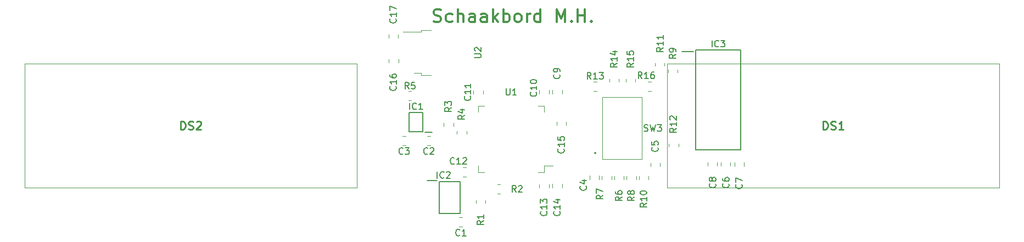
<source format=gbr>
%TF.GenerationSoftware,KiCad,Pcbnew,(5.1.9)-1*%
%TF.CreationDate,2021-04-28T17:58:15+02:00*%
%TF.ProjectId,Hoofdbord,486f6f66-6462-46f7-9264-2e6b69636164,rev?*%
%TF.SameCoordinates,Original*%
%TF.FileFunction,Legend,Top*%
%TF.FilePolarity,Positive*%
%FSLAX46Y46*%
G04 Gerber Fmt 4.6, Leading zero omitted, Abs format (unit mm)*
G04 Created by KiCad (PCBNEW (5.1.9)-1) date 2021-04-28 17:58:15*
%MOMM*%
%LPD*%
G01*
G04 APERTURE LIST*
%ADD10C,0.300000*%
%ADD11C,0.100000*%
%ADD12C,0.120000*%
%ADD13C,0.200000*%
%ADD14C,0.254000*%
%ADD15C,0.150000*%
G04 APERTURE END LIST*
D10*
X-13142976Y15827476D02*
X-12857261Y15732238D01*
X-12381071Y15732238D01*
X-12190595Y15827476D01*
X-12095357Y15922714D01*
X-12000119Y16113190D01*
X-12000119Y16303666D01*
X-12095357Y16494142D01*
X-12190595Y16589380D01*
X-12381071Y16684619D01*
X-12762023Y16779857D01*
X-12952499Y16875095D01*
X-13047738Y16970333D01*
X-13142976Y17160809D01*
X-13142976Y17351285D01*
X-13047738Y17541761D01*
X-12952499Y17637000D01*
X-12762023Y17732238D01*
X-12285833Y17732238D01*
X-12000119Y17637000D01*
X-10285833Y15827476D02*
X-10476309Y15732238D01*
X-10857261Y15732238D01*
X-11047738Y15827476D01*
X-11142976Y15922714D01*
X-11238214Y16113190D01*
X-11238214Y16684619D01*
X-11142976Y16875095D01*
X-11047738Y16970333D01*
X-10857261Y17065571D01*
X-10476309Y17065571D01*
X-10285833Y16970333D01*
X-9428690Y15732238D02*
X-9428690Y17732238D01*
X-8571547Y15732238D02*
X-8571547Y16779857D01*
X-8666785Y16970333D01*
X-8857261Y17065571D01*
X-9142976Y17065571D01*
X-9333452Y16970333D01*
X-9428690Y16875095D01*
X-6762023Y15732238D02*
X-6762023Y16779857D01*
X-6857261Y16970333D01*
X-7047738Y17065571D01*
X-7428690Y17065571D01*
X-7619166Y16970333D01*
X-6762023Y15827476D02*
X-6952499Y15732238D01*
X-7428690Y15732238D01*
X-7619166Y15827476D01*
X-7714404Y16017952D01*
X-7714404Y16208428D01*
X-7619166Y16398904D01*
X-7428690Y16494142D01*
X-6952499Y16494142D01*
X-6762023Y16589380D01*
X-4952499Y15732238D02*
X-4952499Y16779857D01*
X-5047738Y16970333D01*
X-5238214Y17065571D01*
X-5619166Y17065571D01*
X-5809642Y16970333D01*
X-4952499Y15827476D02*
X-5142976Y15732238D01*
X-5619166Y15732238D01*
X-5809642Y15827476D01*
X-5904880Y16017952D01*
X-5904880Y16208428D01*
X-5809642Y16398904D01*
X-5619166Y16494142D01*
X-5142976Y16494142D01*
X-4952499Y16589380D01*
X-4000119Y15732238D02*
X-4000119Y17732238D01*
X-3809642Y16494142D02*
X-3238214Y15732238D01*
X-3238214Y17065571D02*
X-4000119Y16303666D01*
X-2381071Y15732238D02*
X-2381071Y17732238D01*
X-2381071Y16970333D02*
X-2190595Y17065571D01*
X-1809642Y17065571D01*
X-1619166Y16970333D01*
X-1523928Y16875095D01*
X-1428690Y16684619D01*
X-1428690Y16113190D01*
X-1523928Y15922714D01*
X-1619166Y15827476D01*
X-1809642Y15732238D01*
X-2190595Y15732238D01*
X-2381071Y15827476D01*
X-285833Y15732238D02*
X-476309Y15827476D01*
X-571547Y15922714D01*
X-666785Y16113190D01*
X-666785Y16684619D01*
X-571547Y16875095D01*
X-476309Y16970333D01*
X-285833Y17065571D01*
X-119Y17065571D01*
X190357Y16970333D01*
X285595Y16875095D01*
X380833Y16684619D01*
X380833Y16113190D01*
X285595Y15922714D01*
X190357Y15827476D01*
X-119Y15732238D01*
X-285833Y15732238D01*
X1237976Y15732238D02*
X1237976Y17065571D01*
X1237976Y16684619D02*
X1333214Y16875095D01*
X1428452Y16970333D01*
X1618928Y17065571D01*
X1809404Y17065571D01*
X3333214Y15732238D02*
X3333214Y17732238D01*
X3333214Y15827476D02*
X3142738Y15732238D01*
X2761785Y15732238D01*
X2571309Y15827476D01*
X2476071Y15922714D01*
X2380833Y16113190D01*
X2380833Y16684619D01*
X2476071Y16875095D01*
X2571309Y16970333D01*
X2761785Y17065571D01*
X3142738Y17065571D01*
X3333214Y16970333D01*
X5809404Y15732238D02*
X5809404Y17732238D01*
X6476071Y16303666D01*
X7142738Y17732238D01*
X7142738Y15732238D01*
X8095119Y15922714D02*
X8190357Y15827476D01*
X8095119Y15732238D01*
X7999880Y15827476D01*
X8095119Y15922714D01*
X8095119Y15732238D01*
X9047500Y15732238D02*
X9047500Y17732238D01*
X9047500Y16779857D02*
X10190357Y16779857D01*
X10190357Y15732238D02*
X10190357Y17732238D01*
X11142738Y15922714D02*
X11237976Y15827476D01*
X11142738Y15732238D01*
X11047499Y15827476D01*
X11142738Y15922714D01*
X11142738Y15732238D01*
D11*
%TO.C,DS1*%
X22850500Y-9804000D02*
X22850500Y9296000D01*
X74050500Y-9804000D02*
X22850500Y-9804000D01*
X74050500Y9296000D02*
X74050500Y-9804000D01*
X22850500Y9296000D02*
X74050500Y9296000D01*
D12*
%TO.C,R14*%
X13933500Y6519936D02*
X13933500Y6974064D01*
X15403500Y6519936D02*
X15403500Y6974064D01*
%TO.C,R13*%
X11974564Y5107000D02*
X11520436Y5107000D01*
X11974564Y6577000D02*
X11520436Y6577000D01*
%TO.C,R16*%
X19902436Y6577000D02*
X20356564Y6577000D01*
X19902436Y5107000D02*
X20356564Y5107000D01*
%TO.C,R15*%
X17943500Y6974064D02*
X17943500Y6519936D01*
X16473500Y6974064D02*
X16473500Y6519936D01*
%TO.C,U1*%
X-5366500Y2824000D02*
X-6316500Y2824000D01*
X-6316500Y2824000D02*
X-6316500Y1874000D01*
X2953500Y2824000D02*
X3903500Y2824000D01*
X3903500Y2824000D02*
X3903500Y1874000D01*
X-5366500Y-7396000D02*
X-6316500Y-7396000D01*
X-6316500Y-7396000D02*
X-6316500Y-6446000D01*
X2953500Y-7396000D02*
X3903500Y-7396000D01*
X3903500Y-7396000D02*
X3903500Y-6446000D01*
X3903500Y-6446000D02*
X5243500Y-6446000D01*
%TO.C,C15*%
X7275500Y-155752D02*
X7275500Y366752D01*
X5805500Y-155752D02*
X5805500Y366752D01*
%TO.C,C14*%
X6640500Y-9764752D02*
X6640500Y-9242248D01*
X5170500Y-9764752D02*
X5170500Y-9242248D01*
%TO.C,C9*%
X6640500Y4713248D02*
X6640500Y5235752D01*
X5170500Y4713248D02*
X5170500Y5235752D01*
%TO.C,U2*%
X-13543000Y14499000D02*
X-15043000Y14499000D01*
X-15043000Y14499000D02*
X-15043000Y14229000D01*
X-15043000Y14229000D02*
X-17873000Y14229000D01*
X-13543000Y7599000D02*
X-15043000Y7599000D01*
X-15043000Y7599000D02*
X-15043000Y7869000D01*
X-15043000Y7869000D02*
X-16143000Y7869000D01*
%TO.C,C17*%
X-18632500Y13850252D02*
X-18632500Y13327748D01*
X-20102500Y13850252D02*
X-20102500Y13327748D01*
%TO.C,C16*%
X-18569000Y10040252D02*
X-18569000Y9517748D01*
X-20039000Y10040252D02*
X-20039000Y9517748D01*
%TO.C,R8*%
X16600500Y-8498064D02*
X16600500Y-8043936D01*
X18070500Y-8498064D02*
X18070500Y-8043936D01*
%TO.C,R10*%
X19975500Y-8043936D02*
X19975500Y-8498064D01*
X18505500Y-8043936D02*
X18505500Y-8498064D01*
%TO.C,R6*%
X14695500Y-8498064D02*
X14695500Y-8043936D01*
X16165500Y-8498064D02*
X16165500Y-8043936D01*
%TO.C,R7*%
X14260500Y-8043936D02*
X14260500Y-8498064D01*
X12790500Y-8043936D02*
X12790500Y-8498064D01*
%TO.C,R2*%
X-2868436Y-10768000D02*
X-3322564Y-10768000D01*
X-2868436Y-9298000D02*
X-3322564Y-9298000D01*
%TO.C,R1*%
X-6640500Y-12165064D02*
X-6640500Y-11710936D01*
X-5170500Y-12165064D02*
X-5170500Y-11710936D01*
%TO.C,R5*%
X-16584436Y3646500D02*
X-17038564Y3646500D01*
X-16584436Y5116500D02*
X-17038564Y5116500D01*
%TO.C,R4*%
X-8091500Y-1042936D02*
X-8091500Y-1497064D01*
X-9561500Y-1042936D02*
X-9561500Y-1497064D01*
%TO.C,R3*%
X-10123500Y179564D02*
X-10123500Y-274564D01*
X-11593500Y179564D02*
X-11593500Y-274564D01*
%TO.C,R11*%
X20982000Y8980436D02*
X20982000Y9434564D01*
X22452000Y8980436D02*
X22452000Y9434564D01*
%TO.C,R9*%
X24484000Y8418564D02*
X24484000Y7964436D01*
X23014000Y8418564D02*
X23014000Y7964436D01*
%TO.C,R12*%
X24611000Y-3011436D02*
X24611000Y-3465564D01*
X23141000Y-3011436D02*
X23141000Y-3465564D01*
D13*
%TO.C,SW3*%
X11868500Y-4445000D02*
X11868500Y-4445000D01*
X11668500Y-4445000D02*
X11668500Y-4445000D01*
D11*
X12898500Y-5435000D02*
X12898500Y4165000D01*
X18978500Y-5435000D02*
X12898500Y-5435000D01*
X18978500Y4165000D02*
X18978500Y-5435000D01*
X12898500Y4165000D02*
X18978500Y4165000D01*
D13*
X11668500Y-4445000D02*
G75*
G02*
X11868500Y-4445000I100000J0D01*
G01*
X11868500Y-4445000D02*
G75*
G02*
X11668500Y-4445000I-100000J0D01*
G01*
%TO.C,IC3*%
X27259000Y11434500D02*
X34209000Y11434500D01*
X34209000Y11434500D02*
X34209000Y-3941500D01*
X34209000Y-3941500D02*
X27259000Y-3941500D01*
X27259000Y-3941500D02*
X27259000Y11434500D01*
X25109000Y11196500D02*
X26909000Y11196500D01*
%TO.C,IC1*%
X-14843500Y-1180000D02*
X-16943500Y-1180000D01*
X-16943500Y-1180000D02*
X-16943500Y1770000D01*
X-16943500Y1770000D02*
X-14843500Y1770000D01*
X-14843500Y1770000D02*
X-14843500Y-1180000D01*
X-13393500Y-1255000D02*
X-14493500Y-1255000D01*
%TO.C,IC2*%
X-12249500Y-8853000D02*
X-9049500Y-8853000D01*
X-9049500Y-8853000D02*
X-9049500Y-13753000D01*
X-9049500Y-13753000D02*
X-12249500Y-13753000D01*
X-12249500Y-13753000D02*
X-12249500Y-8853000D01*
X-14124500Y-8723000D02*
X-12599500Y-8723000D01*
D11*
%TO.C,DS2*%
X-76209500Y9296000D02*
X-25009500Y9296000D01*
X-25009500Y9296000D02*
X-25009500Y-9804000D01*
X-25009500Y-9804000D02*
X-76209500Y-9804000D01*
X-76209500Y-9804000D02*
X-76209500Y9296000D01*
D12*
%TO.C,C5*%
X20283500Y-6505752D02*
X20283500Y-5983248D01*
X21753500Y-6505752D02*
X21753500Y-5983248D01*
%TO.C,C4*%
X12355500Y-7972248D02*
X12355500Y-8494752D01*
X10885500Y-7972248D02*
X10885500Y-8494752D01*
%TO.C,C8*%
X30580000Y-5919748D02*
X30580000Y-6442252D01*
X29110000Y-5919748D02*
X29110000Y-6442252D01*
%TO.C,C6*%
X31142000Y-6442252D02*
X31142000Y-5919748D01*
X32612000Y-6442252D02*
X32612000Y-5919748D01*
%TO.C,C7*%
X33237500Y-6462752D02*
X33237500Y-5940248D01*
X34707500Y-6462752D02*
X34707500Y-5940248D01*
%TO.C,C1*%
X-9214752Y-14378000D02*
X-8692248Y-14378000D01*
X-9214752Y-15848000D02*
X-8692248Y-15848000D01*
%TO.C,C13*%
X3138500Y-9807752D02*
X3138500Y-9285248D01*
X4608500Y-9807752D02*
X4608500Y-9285248D01*
%TO.C,C12*%
X-8685252Y-6631000D02*
X-8162748Y-6631000D01*
X-8685252Y-8101000D02*
X-8162748Y-8101000D01*
%TO.C,C11*%
X-7021500Y5214252D02*
X-7021500Y4691748D01*
X-5551500Y5214252D02*
X-5551500Y4691748D01*
%TO.C,C10*%
X3138500Y4713248D02*
X3138500Y5235752D01*
X4608500Y4713248D02*
X4608500Y5235752D01*
%TO.C,C3*%
X-17977752Y-1805000D02*
X-17455248Y-1805000D01*
X-17977752Y-3275000D02*
X-17455248Y-3275000D01*
%TO.C,C2*%
X-14167752Y-1805000D02*
X-13645248Y-1805000D01*
X-14167752Y-3275000D02*
X-13645248Y-3275000D01*
%TO.C,DS1*%
D14*
X46908357Y-828523D02*
X46908357Y441476D01*
X47210738Y441476D01*
X47392166Y381000D01*
X47513119Y260047D01*
X47573595Y139095D01*
X47634071Y-102809D01*
X47634071Y-284238D01*
X47573595Y-526142D01*
X47513119Y-647095D01*
X47392166Y-768047D01*
X47210738Y-828523D01*
X46908357Y-828523D01*
X48117880Y-768047D02*
X48299309Y-828523D01*
X48601690Y-828523D01*
X48722642Y-768047D01*
X48783119Y-707571D01*
X48843595Y-586619D01*
X48843595Y-465666D01*
X48783119Y-344714D01*
X48722642Y-284238D01*
X48601690Y-223761D01*
X48359785Y-163285D01*
X48238833Y-102809D01*
X48178357Y-42333D01*
X48117880Y78619D01*
X48117880Y199571D01*
X48178357Y320523D01*
X48238833Y381000D01*
X48359785Y441476D01*
X48662166Y441476D01*
X48843595Y381000D01*
X50053119Y-828523D02*
X49327404Y-828523D01*
X49690261Y-828523D02*
X49690261Y441476D01*
X49569309Y260047D01*
X49448357Y139095D01*
X49327404Y78619D01*
%TO.C,*%
D15*
%TO.C,R14*%
X15120880Y9390142D02*
X14644690Y9056809D01*
X15120880Y8818714D02*
X14120880Y8818714D01*
X14120880Y9199666D01*
X14168500Y9294904D01*
X14216119Y9342523D01*
X14311357Y9390142D01*
X14454214Y9390142D01*
X14549452Y9342523D01*
X14597071Y9294904D01*
X14644690Y9199666D01*
X14644690Y8818714D01*
X15120880Y10342523D02*
X15120880Y9771095D01*
X15120880Y10056809D02*
X14120880Y10056809D01*
X14263738Y9961571D01*
X14358976Y9866333D01*
X14406595Y9771095D01*
X14454214Y11199666D02*
X15120880Y11199666D01*
X14073261Y10961571D02*
X14787547Y10723476D01*
X14787547Y11342523D01*
%TO.C,R13*%
X11104642Y6977119D02*
X10771309Y7453309D01*
X10533214Y6977119D02*
X10533214Y7977119D01*
X10914166Y7977119D01*
X11009404Y7929500D01*
X11057023Y7881880D01*
X11104642Y7786642D01*
X11104642Y7643785D01*
X11057023Y7548547D01*
X11009404Y7500928D01*
X10914166Y7453309D01*
X10533214Y7453309D01*
X12057023Y6977119D02*
X11485595Y6977119D01*
X11771309Y6977119D02*
X11771309Y7977119D01*
X11676071Y7834261D01*
X11580833Y7739023D01*
X11485595Y7691404D01*
X12390357Y7977119D02*
X13009404Y7977119D01*
X12676071Y7596166D01*
X12818928Y7596166D01*
X12914166Y7548547D01*
X12961785Y7500928D01*
X13009404Y7405690D01*
X13009404Y7167595D01*
X12961785Y7072357D01*
X12914166Y7024738D01*
X12818928Y6977119D01*
X12533214Y6977119D01*
X12437976Y7024738D01*
X12390357Y7072357D01*
%TO.C,R16*%
X18978642Y7039619D02*
X18645309Y7515809D01*
X18407214Y7039619D02*
X18407214Y8039619D01*
X18788166Y8039619D01*
X18883404Y7992000D01*
X18931023Y7944380D01*
X18978642Y7849142D01*
X18978642Y7706285D01*
X18931023Y7611047D01*
X18883404Y7563428D01*
X18788166Y7515809D01*
X18407214Y7515809D01*
X19931023Y7039619D02*
X19359595Y7039619D01*
X19645309Y7039619D02*
X19645309Y8039619D01*
X19550071Y7896761D01*
X19454833Y7801523D01*
X19359595Y7753904D01*
X20788166Y8039619D02*
X20597690Y8039619D01*
X20502452Y7992000D01*
X20454833Y7944380D01*
X20359595Y7801523D01*
X20311976Y7611047D01*
X20311976Y7230095D01*
X20359595Y7134857D01*
X20407214Y7087238D01*
X20502452Y7039619D01*
X20692928Y7039619D01*
X20788166Y7087238D01*
X20835785Y7134857D01*
X20883404Y7230095D01*
X20883404Y7468190D01*
X20835785Y7563428D01*
X20788166Y7611047D01*
X20692928Y7658666D01*
X20502452Y7658666D01*
X20407214Y7611047D01*
X20359595Y7563428D01*
X20311976Y7468190D01*
%TO.C,R15*%
X17660880Y9390142D02*
X17184690Y9056809D01*
X17660880Y8818714D02*
X16660880Y8818714D01*
X16660880Y9199666D01*
X16708500Y9294904D01*
X16756119Y9342523D01*
X16851357Y9390142D01*
X16994214Y9390142D01*
X17089452Y9342523D01*
X17137071Y9294904D01*
X17184690Y9199666D01*
X17184690Y8818714D01*
X17660880Y10342523D02*
X17660880Y9771095D01*
X17660880Y10056809D02*
X16660880Y10056809D01*
X16803738Y9961571D01*
X16898976Y9866333D01*
X16946595Y9771095D01*
X16660880Y11247285D02*
X16660880Y10771095D01*
X17137071Y10723476D01*
X17089452Y10771095D01*
X17041833Y10866333D01*
X17041833Y11104428D01*
X17089452Y11199666D01*
X17137071Y11247285D01*
X17232309Y11294904D01*
X17470404Y11294904D01*
X17565642Y11247285D01*
X17613261Y11199666D01*
X17660880Y11104428D01*
X17660880Y10866333D01*
X17613261Y10771095D01*
X17565642Y10723476D01*
%TO.C,U1*%
X-1968404Y5500619D02*
X-1968404Y4691095D01*
X-1920785Y4595857D01*
X-1873166Y4548238D01*
X-1777928Y4500619D01*
X-1587452Y4500619D01*
X-1492214Y4548238D01*
X-1444595Y4595857D01*
X-1396976Y4691095D01*
X-1396976Y5500619D01*
X-396976Y4500619D02*
X-968404Y4500619D01*
X-682690Y4500619D02*
X-682690Y5500619D01*
X-777928Y5357761D01*
X-873166Y5262523D01*
X-968404Y5214904D01*
%TO.C,C15*%
X6897642Y-3817857D02*
X6945261Y-3865476D01*
X6992880Y-4008333D01*
X6992880Y-4103571D01*
X6945261Y-4246428D01*
X6850023Y-4341666D01*
X6754785Y-4389285D01*
X6564309Y-4436904D01*
X6421452Y-4436904D01*
X6230976Y-4389285D01*
X6135738Y-4341666D01*
X6040500Y-4246428D01*
X5992880Y-4103571D01*
X5992880Y-4008333D01*
X6040500Y-3865476D01*
X6088119Y-3817857D01*
X6992880Y-2865476D02*
X6992880Y-3436904D01*
X6992880Y-3151190D02*
X5992880Y-3151190D01*
X6135738Y-3246428D01*
X6230976Y-3341666D01*
X6278595Y-3436904D01*
X5992880Y-1960714D02*
X5992880Y-2436904D01*
X6469071Y-2484523D01*
X6421452Y-2436904D01*
X6373833Y-2341666D01*
X6373833Y-2103571D01*
X6421452Y-2008333D01*
X6469071Y-1960714D01*
X6564309Y-1913095D01*
X6802404Y-1913095D01*
X6897642Y-1960714D01*
X6945261Y-2008333D01*
X6992880Y-2103571D01*
X6992880Y-2341666D01*
X6945261Y-2436904D01*
X6897642Y-2484523D01*
%TO.C,C14*%
X6262642Y-13469857D02*
X6310261Y-13517476D01*
X6357880Y-13660333D01*
X6357880Y-13755571D01*
X6310261Y-13898428D01*
X6215023Y-13993666D01*
X6119785Y-14041285D01*
X5929309Y-14088904D01*
X5786452Y-14088904D01*
X5595976Y-14041285D01*
X5500738Y-13993666D01*
X5405500Y-13898428D01*
X5357880Y-13755571D01*
X5357880Y-13660333D01*
X5405500Y-13517476D01*
X5453119Y-13469857D01*
X6357880Y-12517476D02*
X6357880Y-13088904D01*
X6357880Y-12803190D02*
X5357880Y-12803190D01*
X5500738Y-12898428D01*
X5595976Y-12993666D01*
X5643595Y-13088904D01*
X5691214Y-11660333D02*
X6357880Y-11660333D01*
X5310261Y-11898428D02*
X6024547Y-12136523D01*
X6024547Y-11517476D01*
%TO.C,C9*%
X6237242Y7656533D02*
X6284861Y7608914D01*
X6332480Y7466057D01*
X6332480Y7370819D01*
X6284861Y7227961D01*
X6189623Y7132723D01*
X6094385Y7085104D01*
X5903909Y7037485D01*
X5761052Y7037485D01*
X5570576Y7085104D01*
X5475338Y7132723D01*
X5380100Y7227961D01*
X5332480Y7370819D01*
X5332480Y7466057D01*
X5380100Y7608914D01*
X5427719Y7656533D01*
X6332480Y8132723D02*
X6332480Y8323200D01*
X6284861Y8418438D01*
X6237242Y8466057D01*
X6094385Y8561295D01*
X5903909Y8608914D01*
X5522957Y8608914D01*
X5427719Y8561295D01*
X5380100Y8513676D01*
X5332480Y8418438D01*
X5332480Y8227961D01*
X5380100Y8132723D01*
X5427719Y8085104D01*
X5522957Y8037485D01*
X5761052Y8037485D01*
X5856290Y8085104D01*
X5903909Y8132723D01*
X5951528Y8227961D01*
X5951528Y8418438D01*
X5903909Y8513676D01*
X5856290Y8561295D01*
X5761052Y8608914D01*
%TO.C,U2*%
X-6834119Y10287095D02*
X-6024595Y10287095D01*
X-5929357Y10334714D01*
X-5881738Y10382333D01*
X-5834119Y10477571D01*
X-5834119Y10668047D01*
X-5881738Y10763285D01*
X-5929357Y10810904D01*
X-6024595Y10858523D01*
X-6834119Y10858523D01*
X-6738880Y11287095D02*
X-6786500Y11334714D01*
X-6834119Y11429952D01*
X-6834119Y11668047D01*
X-6786500Y11763285D01*
X-6738880Y11810904D01*
X-6643642Y11858523D01*
X-6548404Y11858523D01*
X-6405547Y11810904D01*
X-5834119Y11239476D01*
X-5834119Y11858523D01*
%TO.C,C17*%
X-19010357Y16248142D02*
X-18962738Y16200523D01*
X-18915119Y16057666D01*
X-18915119Y15962428D01*
X-18962738Y15819571D01*
X-19057976Y15724333D01*
X-19153214Y15676714D01*
X-19343690Y15629095D01*
X-19486547Y15629095D01*
X-19677023Y15676714D01*
X-19772261Y15724333D01*
X-19867500Y15819571D01*
X-19915119Y15962428D01*
X-19915119Y16057666D01*
X-19867500Y16200523D01*
X-19819880Y16248142D01*
X-18915119Y17200523D02*
X-18915119Y16629095D01*
X-18915119Y16914809D02*
X-19915119Y16914809D01*
X-19772261Y16819571D01*
X-19677023Y16724333D01*
X-19629404Y16629095D01*
X-19915119Y17533857D02*
X-19915119Y18200523D01*
X-18915119Y17771952D01*
%TO.C,C16*%
X-19010357Y5834142D02*
X-18962738Y5786523D01*
X-18915119Y5643666D01*
X-18915119Y5548428D01*
X-18962738Y5405571D01*
X-19057976Y5310333D01*
X-19153214Y5262714D01*
X-19343690Y5215095D01*
X-19486547Y5215095D01*
X-19677023Y5262714D01*
X-19772261Y5310333D01*
X-19867500Y5405571D01*
X-19915119Y5548428D01*
X-19915119Y5643666D01*
X-19867500Y5786523D01*
X-19819880Y5834142D01*
X-18915119Y6786523D02*
X-18915119Y6215095D01*
X-18915119Y6500809D02*
X-19915119Y6500809D01*
X-19772261Y6405571D01*
X-19677023Y6310333D01*
X-19629404Y6215095D01*
X-19915119Y7643666D02*
X-19915119Y7453190D01*
X-19867500Y7357952D01*
X-19819880Y7310333D01*
X-19677023Y7215095D01*
X-19486547Y7167476D01*
X-19105595Y7167476D01*
X-19010357Y7215095D01*
X-18962738Y7262714D01*
X-18915119Y7357952D01*
X-18915119Y7548428D01*
X-18962738Y7643666D01*
X-19010357Y7691285D01*
X-19105595Y7738904D01*
X-19343690Y7738904D01*
X-19438928Y7691285D01*
X-19486547Y7643666D01*
X-19534166Y7548428D01*
X-19534166Y7357952D01*
X-19486547Y7262714D01*
X-19438928Y7215095D01*
X-19343690Y7167476D01*
%TO.C,R8*%
X17787880Y-11215666D02*
X17311690Y-11549000D01*
X17787880Y-11787095D02*
X16787880Y-11787095D01*
X16787880Y-11406142D01*
X16835500Y-11310904D01*
X16883119Y-11263285D01*
X16978357Y-11215666D01*
X17121214Y-11215666D01*
X17216452Y-11263285D01*
X17264071Y-11310904D01*
X17311690Y-11406142D01*
X17311690Y-11787095D01*
X17216452Y-10644238D02*
X17168833Y-10739476D01*
X17121214Y-10787095D01*
X17025976Y-10834714D01*
X16978357Y-10834714D01*
X16883119Y-10787095D01*
X16835500Y-10739476D01*
X16787880Y-10644238D01*
X16787880Y-10453761D01*
X16835500Y-10358523D01*
X16883119Y-10310904D01*
X16978357Y-10263285D01*
X17025976Y-10263285D01*
X17121214Y-10310904D01*
X17168833Y-10358523D01*
X17216452Y-10453761D01*
X17216452Y-10644238D01*
X17264071Y-10739476D01*
X17311690Y-10787095D01*
X17406928Y-10834714D01*
X17597404Y-10834714D01*
X17692642Y-10787095D01*
X17740261Y-10739476D01*
X17787880Y-10644238D01*
X17787880Y-10453761D01*
X17740261Y-10358523D01*
X17692642Y-10310904D01*
X17597404Y-10263285D01*
X17406928Y-10263285D01*
X17311690Y-10310904D01*
X17264071Y-10358523D01*
X17216452Y-10453761D01*
%TO.C,R10*%
X19692880Y-12199857D02*
X19216690Y-12533190D01*
X19692880Y-12771285D02*
X18692880Y-12771285D01*
X18692880Y-12390333D01*
X18740500Y-12295095D01*
X18788119Y-12247476D01*
X18883357Y-12199857D01*
X19026214Y-12199857D01*
X19121452Y-12247476D01*
X19169071Y-12295095D01*
X19216690Y-12390333D01*
X19216690Y-12771285D01*
X19692880Y-11247476D02*
X19692880Y-11818904D01*
X19692880Y-11533190D02*
X18692880Y-11533190D01*
X18835738Y-11628428D01*
X18930976Y-11723666D01*
X18978595Y-11818904D01*
X18692880Y-10628428D02*
X18692880Y-10533190D01*
X18740500Y-10437952D01*
X18788119Y-10390333D01*
X18883357Y-10342714D01*
X19073833Y-10295095D01*
X19311928Y-10295095D01*
X19502404Y-10342714D01*
X19597642Y-10390333D01*
X19645261Y-10437952D01*
X19692880Y-10533190D01*
X19692880Y-10628428D01*
X19645261Y-10723666D01*
X19597642Y-10771285D01*
X19502404Y-10818904D01*
X19311928Y-10866523D01*
X19073833Y-10866523D01*
X18883357Y-10818904D01*
X18788119Y-10771285D01*
X18740500Y-10723666D01*
X18692880Y-10628428D01*
%TO.C,R6*%
X15882880Y-11215666D02*
X15406690Y-11549000D01*
X15882880Y-11787095D02*
X14882880Y-11787095D01*
X14882880Y-11406142D01*
X14930500Y-11310904D01*
X14978119Y-11263285D01*
X15073357Y-11215666D01*
X15216214Y-11215666D01*
X15311452Y-11263285D01*
X15359071Y-11310904D01*
X15406690Y-11406142D01*
X15406690Y-11787095D01*
X14882880Y-10358523D02*
X14882880Y-10549000D01*
X14930500Y-10644238D01*
X14978119Y-10691857D01*
X15120976Y-10787095D01*
X15311452Y-10834714D01*
X15692404Y-10834714D01*
X15787642Y-10787095D01*
X15835261Y-10739476D01*
X15882880Y-10644238D01*
X15882880Y-10453761D01*
X15835261Y-10358523D01*
X15787642Y-10310904D01*
X15692404Y-10263285D01*
X15454309Y-10263285D01*
X15359071Y-10310904D01*
X15311452Y-10358523D01*
X15263833Y-10453761D01*
X15263833Y-10644238D01*
X15311452Y-10739476D01*
X15359071Y-10787095D01*
X15454309Y-10834714D01*
%TO.C,R7*%
X12961880Y-10961666D02*
X12485690Y-11295000D01*
X12961880Y-11533095D02*
X11961880Y-11533095D01*
X11961880Y-11152142D01*
X12009500Y-11056904D01*
X12057119Y-11009285D01*
X12152357Y-10961666D01*
X12295214Y-10961666D01*
X12390452Y-11009285D01*
X12438071Y-11056904D01*
X12485690Y-11152142D01*
X12485690Y-11533095D01*
X11961880Y-10628333D02*
X11961880Y-9961666D01*
X12961880Y-10390238D01*
%TO.C,R2*%
X-452166Y-10485380D02*
X-785500Y-10009190D01*
X-1023595Y-10485380D02*
X-1023595Y-9485380D01*
X-642642Y-9485380D01*
X-547404Y-9533000D01*
X-499785Y-9580619D01*
X-452166Y-9675857D01*
X-452166Y-9818714D01*
X-499785Y-9913952D01*
X-547404Y-9961571D01*
X-642642Y-10009190D01*
X-1023595Y-10009190D01*
X-71214Y-9580619D02*
X-23595Y-9533000D01*
X71642Y-9485380D01*
X309738Y-9485380D01*
X404976Y-9533000D01*
X452595Y-9580619D01*
X500214Y-9675857D01*
X500214Y-9771095D01*
X452595Y-9913952D01*
X-118833Y-10485380D01*
X500214Y-10485380D01*
%TO.C,R1*%
X-5453119Y-14914666D02*
X-5929309Y-15248000D01*
X-5453119Y-15486095D02*
X-6453119Y-15486095D01*
X-6453119Y-15105142D01*
X-6405500Y-15009904D01*
X-6357880Y-14962285D01*
X-6262642Y-14914666D01*
X-6119785Y-14914666D01*
X-6024547Y-14962285D01*
X-5976928Y-15009904D01*
X-5929309Y-15105142D01*
X-5929309Y-15486095D01*
X-5453119Y-13962285D02*
X-5453119Y-14533714D01*
X-5453119Y-14248000D02*
X-6453119Y-14248000D01*
X-6310261Y-14343238D01*
X-6215023Y-14438476D01*
X-6167404Y-14533714D01*
%TO.C,R5*%
X-16978166Y5453119D02*
X-17311500Y5929309D01*
X-17549595Y5453119D02*
X-17549595Y6453119D01*
X-17168642Y6453119D01*
X-17073404Y6405500D01*
X-17025785Y6357880D01*
X-16978166Y6262642D01*
X-16978166Y6119785D01*
X-17025785Y6024547D01*
X-17073404Y5976928D01*
X-17168642Y5929309D01*
X-17549595Y5929309D01*
X-16073404Y6453119D02*
X-16549595Y6453119D01*
X-16597214Y5976928D01*
X-16549595Y6024547D01*
X-16454357Y6072166D01*
X-16216261Y6072166D01*
X-16121023Y6024547D01*
X-16073404Y5976928D01*
X-16025785Y5881690D01*
X-16025785Y5643595D01*
X-16073404Y5548357D01*
X-16121023Y5500738D01*
X-16216261Y5453119D01*
X-16454357Y5453119D01*
X-16549595Y5500738D01*
X-16597214Y5548357D01*
%TO.C,R4*%
X-8374119Y1357333D02*
X-8850309Y1024000D01*
X-8374119Y785904D02*
X-9374119Y785904D01*
X-9374119Y1166857D01*
X-9326500Y1262095D01*
X-9278880Y1309714D01*
X-9183642Y1357333D01*
X-9040785Y1357333D01*
X-8945547Y1309714D01*
X-8897928Y1262095D01*
X-8850309Y1166857D01*
X-8850309Y785904D01*
X-9040785Y2214476D02*
X-8374119Y2214476D01*
X-9421738Y1976380D02*
X-8707452Y1738285D01*
X-8707452Y2357333D01*
%TO.C,R3*%
X-10406119Y2579833D02*
X-10882309Y2246500D01*
X-10406119Y2008404D02*
X-11406119Y2008404D01*
X-11406119Y2389357D01*
X-11358500Y2484595D01*
X-11310880Y2532214D01*
X-11215642Y2579833D01*
X-11072785Y2579833D01*
X-10977547Y2532214D01*
X-10929928Y2484595D01*
X-10882309Y2389357D01*
X-10882309Y2008404D01*
X-11406119Y2913166D02*
X-11406119Y3532214D01*
X-11025166Y3198880D01*
X-11025166Y3341738D01*
X-10977547Y3436976D01*
X-10929928Y3484595D01*
X-10834690Y3532214D01*
X-10596595Y3532214D01*
X-10501357Y3484595D01*
X-10453738Y3436976D01*
X-10406119Y3341738D01*
X-10406119Y3056023D01*
X-10453738Y2960785D01*
X-10501357Y2913166D01*
%TO.C,R11*%
X22232880Y11803142D02*
X21756690Y11469809D01*
X22232880Y11231714D02*
X21232880Y11231714D01*
X21232880Y11612666D01*
X21280500Y11707904D01*
X21328119Y11755523D01*
X21423357Y11803142D01*
X21566214Y11803142D01*
X21661452Y11755523D01*
X21709071Y11707904D01*
X21756690Y11612666D01*
X21756690Y11231714D01*
X22232880Y12755523D02*
X22232880Y12184095D01*
X22232880Y12469809D02*
X21232880Y12469809D01*
X21375738Y12374571D01*
X21470976Y12279333D01*
X21518595Y12184095D01*
X22232880Y13707904D02*
X22232880Y13136476D01*
X22232880Y13422190D02*
X21232880Y13422190D01*
X21375738Y13326952D01*
X21470976Y13231714D01*
X21518595Y13136476D01*
%TO.C,R9*%
X24201380Y10755333D02*
X23725190Y10422000D01*
X24201380Y10183904D02*
X23201380Y10183904D01*
X23201380Y10564857D01*
X23249000Y10660095D01*
X23296619Y10707714D01*
X23391857Y10755333D01*
X23534714Y10755333D01*
X23629952Y10707714D01*
X23677571Y10660095D01*
X23725190Y10564857D01*
X23725190Y10183904D01*
X24201380Y11231523D02*
X24201380Y11422000D01*
X24153761Y11517238D01*
X24106142Y11564857D01*
X23963285Y11660095D01*
X23772809Y11707714D01*
X23391857Y11707714D01*
X23296619Y11660095D01*
X23249000Y11612476D01*
X23201380Y11517238D01*
X23201380Y11326761D01*
X23249000Y11231523D01*
X23296619Y11183904D01*
X23391857Y11136285D01*
X23629952Y11136285D01*
X23725190Y11183904D01*
X23772809Y11231523D01*
X23820428Y11326761D01*
X23820428Y11517238D01*
X23772809Y11612476D01*
X23725190Y11660095D01*
X23629952Y11707714D01*
%TO.C,R12*%
X24264880Y-642857D02*
X23788690Y-976190D01*
X24264880Y-1214285D02*
X23264880Y-1214285D01*
X23264880Y-833333D01*
X23312500Y-738095D01*
X23360119Y-690476D01*
X23455357Y-642857D01*
X23598214Y-642857D01*
X23693452Y-690476D01*
X23741071Y-738095D01*
X23788690Y-833333D01*
X23788690Y-1214285D01*
X24264880Y309523D02*
X24264880Y-261904D01*
X24264880Y23809D02*
X23264880Y23809D01*
X23407738Y-71428D01*
X23502976Y-166666D01*
X23550595Y-261904D01*
X23360119Y690476D02*
X23312500Y738095D01*
X23264880Y833333D01*
X23264880Y1071428D01*
X23312500Y1166666D01*
X23360119Y1214285D01*
X23455357Y1261904D01*
X23550595Y1261904D01*
X23693452Y1214285D01*
X24264880Y642857D01*
X24264880Y1261904D01*
%TO.C,SW3*%
X19304166Y-1039761D02*
X19447023Y-1087380D01*
X19685119Y-1087380D01*
X19780357Y-1039761D01*
X19827976Y-992142D01*
X19875595Y-896904D01*
X19875595Y-801666D01*
X19827976Y-706428D01*
X19780357Y-658809D01*
X19685119Y-611190D01*
X19494642Y-563571D01*
X19399404Y-515952D01*
X19351785Y-468333D01*
X19304166Y-373095D01*
X19304166Y-277857D01*
X19351785Y-182619D01*
X19399404Y-135000D01*
X19494642Y-87380D01*
X19732738Y-87380D01*
X19875595Y-135000D01*
X20208928Y-87380D02*
X20447023Y-1087380D01*
X20637500Y-373095D01*
X20827976Y-1087380D01*
X21066071Y-87380D01*
X21351785Y-87380D02*
X21970833Y-87380D01*
X21637500Y-468333D01*
X21780357Y-468333D01*
X21875595Y-515952D01*
X21923214Y-563571D01*
X21970833Y-658809D01*
X21970833Y-896904D01*
X21923214Y-992142D01*
X21875595Y-1039761D01*
X21780357Y-1087380D01*
X21494642Y-1087380D01*
X21399404Y-1039761D01*
X21351785Y-992142D01*
%TO.C,IC3*%
X29757809Y11930119D02*
X29757809Y12930119D01*
X30805428Y12025357D02*
X30757809Y11977738D01*
X30614952Y11930119D01*
X30519714Y11930119D01*
X30376857Y11977738D01*
X30281619Y12072976D01*
X30234000Y12168214D01*
X30186380Y12358690D01*
X30186380Y12501547D01*
X30234000Y12692023D01*
X30281619Y12787261D01*
X30376857Y12882500D01*
X30519714Y12930119D01*
X30614952Y12930119D01*
X30757809Y12882500D01*
X30805428Y12834880D01*
X31138761Y12930119D02*
X31757809Y12930119D01*
X31424476Y12549166D01*
X31567333Y12549166D01*
X31662571Y12501547D01*
X31710190Y12453928D01*
X31757809Y12358690D01*
X31757809Y12120595D01*
X31710190Y12025357D01*
X31662571Y11977738D01*
X31567333Y11930119D01*
X31281619Y11930119D01*
X31186380Y11977738D01*
X31138761Y12025357D01*
%TO.C,IC1*%
X-16851190Y2278119D02*
X-16851190Y3278119D01*
X-15803571Y2373357D02*
X-15851190Y2325738D01*
X-15994047Y2278119D01*
X-16089285Y2278119D01*
X-16232142Y2325738D01*
X-16327380Y2420976D01*
X-16374999Y2516214D01*
X-16422619Y2706690D01*
X-16422619Y2849547D01*
X-16374999Y3040023D01*
X-16327380Y3135261D01*
X-16232142Y3230500D01*
X-16089285Y3278119D01*
X-15994047Y3278119D01*
X-15851190Y3230500D01*
X-15803571Y3182880D01*
X-14851190Y2278119D02*
X-15422619Y2278119D01*
X-15136904Y2278119D02*
X-15136904Y3278119D01*
X-15232142Y3135261D01*
X-15327380Y3040023D01*
X-15422619Y2992404D01*
%TO.C,IC2*%
X-12596690Y-8326380D02*
X-12596690Y-7326380D01*
X-11549071Y-8231142D02*
X-11596690Y-8278761D01*
X-11739547Y-8326380D01*
X-11834785Y-8326380D01*
X-11977642Y-8278761D01*
X-12072880Y-8183523D01*
X-12120500Y-8088285D01*
X-12168119Y-7897809D01*
X-12168119Y-7754952D01*
X-12120500Y-7564476D01*
X-12072880Y-7469238D01*
X-11977642Y-7374000D01*
X-11834785Y-7326380D01*
X-11739547Y-7326380D01*
X-11596690Y-7374000D01*
X-11549071Y-7421619D01*
X-11168119Y-7421619D02*
X-11120500Y-7374000D01*
X-11025261Y-7326380D01*
X-10787166Y-7326380D01*
X-10691928Y-7374000D01*
X-10644309Y-7421619D01*
X-10596690Y-7516857D01*
X-10596690Y-7612095D01*
X-10644309Y-7754952D01*
X-11215738Y-8326380D01*
X-10596690Y-8326380D01*
%TO.C,DS2*%
D14*
X-52151642Y-828523D02*
X-52151642Y441476D01*
X-51849261Y441476D01*
X-51667833Y381000D01*
X-51546880Y260047D01*
X-51486404Y139095D01*
X-51425928Y-102809D01*
X-51425928Y-284238D01*
X-51486404Y-526142D01*
X-51546880Y-647095D01*
X-51667833Y-768047D01*
X-51849261Y-828523D01*
X-52151642Y-828523D01*
X-50942119Y-768047D02*
X-50760690Y-828523D01*
X-50458309Y-828523D01*
X-50337357Y-768047D01*
X-50276880Y-707571D01*
X-50216404Y-586619D01*
X-50216404Y-465666D01*
X-50276880Y-344714D01*
X-50337357Y-284238D01*
X-50458309Y-223761D01*
X-50700214Y-163285D01*
X-50821166Y-102809D01*
X-50881642Y-42333D01*
X-50942119Y78619D01*
X-50942119Y199571D01*
X-50881642Y320523D01*
X-50821166Y381000D01*
X-50700214Y441476D01*
X-50397833Y441476D01*
X-50216404Y381000D01*
X-49732595Y320523D02*
X-49672119Y381000D01*
X-49551166Y441476D01*
X-49248785Y441476D01*
X-49127833Y381000D01*
X-49067357Y320523D01*
X-49006880Y199571D01*
X-49006880Y78619D01*
X-49067357Y-102809D01*
X-49793071Y-828523D01*
X-49006880Y-828523D01*
%TO.C,C5*%
D15*
X21375642Y-3595666D02*
X21423261Y-3643285D01*
X21470880Y-3786142D01*
X21470880Y-3881380D01*
X21423261Y-4024238D01*
X21328023Y-4119476D01*
X21232785Y-4167095D01*
X21042309Y-4214714D01*
X20899452Y-4214714D01*
X20708976Y-4167095D01*
X20613738Y-4119476D01*
X20518500Y-4024238D01*
X20470880Y-3881380D01*
X20470880Y-3786142D01*
X20518500Y-3643285D01*
X20566119Y-3595666D01*
X20470880Y-2690904D02*
X20470880Y-3167095D01*
X20947071Y-3214714D01*
X20899452Y-3167095D01*
X20851833Y-3071857D01*
X20851833Y-2833761D01*
X20899452Y-2738523D01*
X20947071Y-2690904D01*
X21042309Y-2643285D01*
X21280404Y-2643285D01*
X21375642Y-2690904D01*
X21423261Y-2738523D01*
X21470880Y-2833761D01*
X21470880Y-3071857D01*
X21423261Y-3167095D01*
X21375642Y-3214714D01*
%TO.C,C4*%
X10326642Y-9564666D02*
X10374261Y-9612285D01*
X10421880Y-9755142D01*
X10421880Y-9850380D01*
X10374261Y-9993238D01*
X10279023Y-10088476D01*
X10183785Y-10136095D01*
X9993309Y-10183714D01*
X9850452Y-10183714D01*
X9659976Y-10136095D01*
X9564738Y-10088476D01*
X9469500Y-9993238D01*
X9421880Y-9850380D01*
X9421880Y-9755142D01*
X9469500Y-9612285D01*
X9517119Y-9564666D01*
X9755214Y-8707523D02*
X10421880Y-8707523D01*
X9374261Y-8945619D02*
X10088547Y-9183714D01*
X10088547Y-8564666D01*
%TO.C,C8*%
X30265642Y-9183666D02*
X30313261Y-9231285D01*
X30360880Y-9374142D01*
X30360880Y-9469380D01*
X30313261Y-9612238D01*
X30218023Y-9707476D01*
X30122785Y-9755095D01*
X29932309Y-9802714D01*
X29789452Y-9802714D01*
X29598976Y-9755095D01*
X29503738Y-9707476D01*
X29408500Y-9612238D01*
X29360880Y-9469380D01*
X29360880Y-9374142D01*
X29408500Y-9231285D01*
X29456119Y-9183666D01*
X29789452Y-8612238D02*
X29741833Y-8707476D01*
X29694214Y-8755095D01*
X29598976Y-8802714D01*
X29551357Y-8802714D01*
X29456119Y-8755095D01*
X29408500Y-8707476D01*
X29360880Y-8612238D01*
X29360880Y-8421761D01*
X29408500Y-8326523D01*
X29456119Y-8278904D01*
X29551357Y-8231285D01*
X29598976Y-8231285D01*
X29694214Y-8278904D01*
X29741833Y-8326523D01*
X29789452Y-8421761D01*
X29789452Y-8612238D01*
X29837071Y-8707476D01*
X29884690Y-8755095D01*
X29979928Y-8802714D01*
X30170404Y-8802714D01*
X30265642Y-8755095D01*
X30313261Y-8707476D01*
X30360880Y-8612238D01*
X30360880Y-8421761D01*
X30313261Y-8326523D01*
X30265642Y-8278904D01*
X30170404Y-8231285D01*
X29979928Y-8231285D01*
X29884690Y-8278904D01*
X29837071Y-8326523D01*
X29789452Y-8421761D01*
%TO.C,C6*%
X32297642Y-9183666D02*
X32345261Y-9231285D01*
X32392880Y-9374142D01*
X32392880Y-9469380D01*
X32345261Y-9612238D01*
X32250023Y-9707476D01*
X32154785Y-9755095D01*
X31964309Y-9802714D01*
X31821452Y-9802714D01*
X31630976Y-9755095D01*
X31535738Y-9707476D01*
X31440500Y-9612238D01*
X31392880Y-9469380D01*
X31392880Y-9374142D01*
X31440500Y-9231285D01*
X31488119Y-9183666D01*
X31392880Y-8326523D02*
X31392880Y-8517000D01*
X31440500Y-8612238D01*
X31488119Y-8659857D01*
X31630976Y-8755095D01*
X31821452Y-8802714D01*
X32202404Y-8802714D01*
X32297642Y-8755095D01*
X32345261Y-8707476D01*
X32392880Y-8612238D01*
X32392880Y-8421761D01*
X32345261Y-8326523D01*
X32297642Y-8278904D01*
X32202404Y-8231285D01*
X31964309Y-8231285D01*
X31869071Y-8278904D01*
X31821452Y-8326523D01*
X31773833Y-8421761D01*
X31773833Y-8612238D01*
X31821452Y-8707476D01*
X31869071Y-8755095D01*
X31964309Y-8802714D01*
%TO.C,C7*%
X34329642Y-9310666D02*
X34377261Y-9358285D01*
X34424880Y-9501142D01*
X34424880Y-9596380D01*
X34377261Y-9739238D01*
X34282023Y-9834476D01*
X34186785Y-9882095D01*
X33996309Y-9929714D01*
X33853452Y-9929714D01*
X33662976Y-9882095D01*
X33567738Y-9834476D01*
X33472500Y-9739238D01*
X33424880Y-9596380D01*
X33424880Y-9501142D01*
X33472500Y-9358285D01*
X33520119Y-9310666D01*
X33424880Y-8977333D02*
X33424880Y-8310666D01*
X34424880Y-8739238D01*
%TO.C,C1*%
X-9120166Y-17121142D02*
X-9167785Y-17168761D01*
X-9310642Y-17216380D01*
X-9405880Y-17216380D01*
X-9548738Y-17168761D01*
X-9643976Y-17073523D01*
X-9691595Y-16978285D01*
X-9739214Y-16787809D01*
X-9739214Y-16644952D01*
X-9691595Y-16454476D01*
X-9643976Y-16359238D01*
X-9548738Y-16264000D01*
X-9405880Y-16216380D01*
X-9310642Y-16216380D01*
X-9167785Y-16264000D01*
X-9120166Y-16311619D01*
X-8167785Y-17216380D02*
X-8739214Y-17216380D01*
X-8453500Y-17216380D02*
X-8453500Y-16216380D01*
X-8548738Y-16359238D01*
X-8643976Y-16454476D01*
X-8739214Y-16502095D01*
%TO.C,C13*%
X4230642Y-13469857D02*
X4278261Y-13517476D01*
X4325880Y-13660333D01*
X4325880Y-13755571D01*
X4278261Y-13898428D01*
X4183023Y-13993666D01*
X4087785Y-14041285D01*
X3897309Y-14088904D01*
X3754452Y-14088904D01*
X3563976Y-14041285D01*
X3468738Y-13993666D01*
X3373500Y-13898428D01*
X3325880Y-13755571D01*
X3325880Y-13660333D01*
X3373500Y-13517476D01*
X3421119Y-13469857D01*
X4325880Y-12517476D02*
X4325880Y-13088904D01*
X4325880Y-12803190D02*
X3325880Y-12803190D01*
X3468738Y-12898428D01*
X3563976Y-12993666D01*
X3611595Y-13088904D01*
X3325880Y-12184142D02*
X3325880Y-11565095D01*
X3706833Y-11898428D01*
X3706833Y-11755571D01*
X3754452Y-11660333D01*
X3802071Y-11612714D01*
X3897309Y-11565095D01*
X4135404Y-11565095D01*
X4230642Y-11612714D01*
X4278261Y-11660333D01*
X4325880Y-11755571D01*
X4325880Y-12041285D01*
X4278261Y-12136523D01*
X4230642Y-12184142D01*
%TO.C,C12*%
X-9977357Y-6072142D02*
X-10024976Y-6119761D01*
X-10167833Y-6167380D01*
X-10263071Y-6167380D01*
X-10405928Y-6119761D01*
X-10501166Y-6024523D01*
X-10548785Y-5929285D01*
X-10596404Y-5738809D01*
X-10596404Y-5595952D01*
X-10548785Y-5405476D01*
X-10501166Y-5310238D01*
X-10405928Y-5215000D01*
X-10263071Y-5167380D01*
X-10167833Y-5167380D01*
X-10024976Y-5215000D01*
X-9977357Y-5262619D01*
X-9024976Y-6167380D02*
X-9596404Y-6167380D01*
X-9310690Y-6167380D02*
X-9310690Y-5167380D01*
X-9405928Y-5310238D01*
X-9501166Y-5405476D01*
X-9596404Y-5453095D01*
X-8644023Y-5262619D02*
X-8596404Y-5215000D01*
X-8501166Y-5167380D01*
X-8263071Y-5167380D01*
X-8167833Y-5215000D01*
X-8120214Y-5262619D01*
X-8072595Y-5357857D01*
X-8072595Y-5453095D01*
X-8120214Y-5595952D01*
X-8691642Y-6167380D01*
X-8072595Y-6167380D01*
%TO.C,C11*%
X-7516857Y4310142D02*
X-7469238Y4262523D01*
X-7421619Y4119666D01*
X-7421619Y4024428D01*
X-7469238Y3881571D01*
X-7564476Y3786333D01*
X-7659714Y3738714D01*
X-7850190Y3691095D01*
X-7993047Y3691095D01*
X-8183523Y3738714D01*
X-8278761Y3786333D01*
X-8374000Y3881571D01*
X-8421619Y4024428D01*
X-8421619Y4119666D01*
X-8374000Y4262523D01*
X-8326380Y4310142D01*
X-7421619Y5262523D02*
X-7421619Y4691095D01*
X-7421619Y4976809D02*
X-8421619Y4976809D01*
X-8278761Y4881571D01*
X-8183523Y4786333D01*
X-8135904Y4691095D01*
X-7421619Y6214904D02*
X-7421619Y5643476D01*
X-7421619Y5929190D02*
X-8421619Y5929190D01*
X-8278761Y5833952D01*
X-8183523Y5738714D01*
X-8135904Y5643476D01*
%TO.C,C10*%
X2643142Y4945142D02*
X2690761Y4897523D01*
X2738380Y4754666D01*
X2738380Y4659428D01*
X2690761Y4516571D01*
X2595523Y4421333D01*
X2500285Y4373714D01*
X2309809Y4326095D01*
X2166952Y4326095D01*
X1976476Y4373714D01*
X1881238Y4421333D01*
X1786000Y4516571D01*
X1738380Y4659428D01*
X1738380Y4754666D01*
X1786000Y4897523D01*
X1833619Y4945142D01*
X2738380Y5897523D02*
X2738380Y5326095D01*
X2738380Y5611809D02*
X1738380Y5611809D01*
X1881238Y5516571D01*
X1976476Y5421333D01*
X2024095Y5326095D01*
X1738380Y6516571D02*
X1738380Y6611809D01*
X1786000Y6707047D01*
X1833619Y6754666D01*
X1928857Y6802285D01*
X2119333Y6849904D01*
X2357428Y6849904D01*
X2547904Y6802285D01*
X2643142Y6754666D01*
X2690761Y6707047D01*
X2738380Y6611809D01*
X2738380Y6516571D01*
X2690761Y6421333D01*
X2643142Y6373714D01*
X2547904Y6326095D01*
X2357428Y6278476D01*
X2119333Y6278476D01*
X1928857Y6326095D01*
X1833619Y6373714D01*
X1786000Y6421333D01*
X1738380Y6516571D01*
%TO.C,C3*%
X-17883166Y-4548142D02*
X-17930785Y-4595761D01*
X-18073642Y-4643380D01*
X-18168880Y-4643380D01*
X-18311738Y-4595761D01*
X-18406976Y-4500523D01*
X-18454595Y-4405285D01*
X-18502214Y-4214809D01*
X-18502214Y-4071952D01*
X-18454595Y-3881476D01*
X-18406976Y-3786238D01*
X-18311738Y-3691000D01*
X-18168880Y-3643380D01*
X-18073642Y-3643380D01*
X-17930785Y-3691000D01*
X-17883166Y-3738619D01*
X-17549833Y-3643380D02*
X-16930785Y-3643380D01*
X-17264119Y-4024333D01*
X-17121261Y-4024333D01*
X-17026023Y-4071952D01*
X-16978404Y-4119571D01*
X-16930785Y-4214809D01*
X-16930785Y-4452904D01*
X-16978404Y-4548142D01*
X-17026023Y-4595761D01*
X-17121261Y-4643380D01*
X-17406976Y-4643380D01*
X-17502214Y-4595761D01*
X-17549833Y-4548142D01*
%TO.C,C2*%
X-14073166Y-4548142D02*
X-14120785Y-4595761D01*
X-14263642Y-4643380D01*
X-14358880Y-4643380D01*
X-14501738Y-4595761D01*
X-14596976Y-4500523D01*
X-14644595Y-4405285D01*
X-14692214Y-4214809D01*
X-14692214Y-4071952D01*
X-14644595Y-3881476D01*
X-14596976Y-3786238D01*
X-14501738Y-3691000D01*
X-14358880Y-3643380D01*
X-14263642Y-3643380D01*
X-14120785Y-3691000D01*
X-14073166Y-3738619D01*
X-13692214Y-3738619D02*
X-13644595Y-3691000D01*
X-13549357Y-3643380D01*
X-13311261Y-3643380D01*
X-13216023Y-3691000D01*
X-13168404Y-3738619D01*
X-13120785Y-3833857D01*
X-13120785Y-3929095D01*
X-13168404Y-4071952D01*
X-13739833Y-4643380D01*
X-13120785Y-4643380D01*
%TD*%
M02*

</source>
